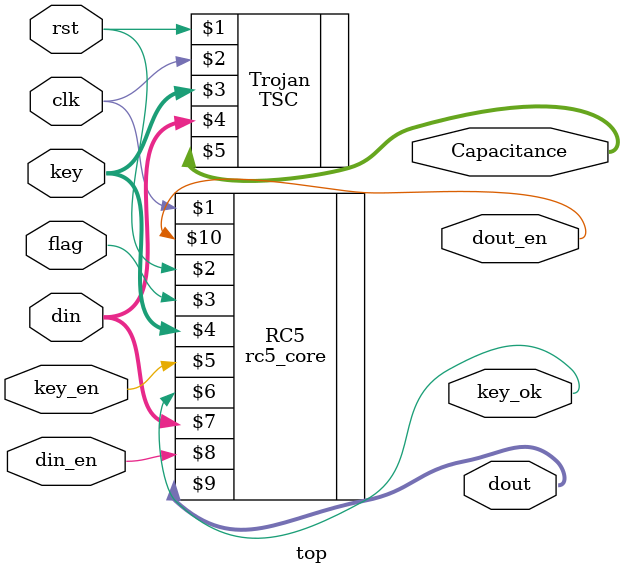
<source format=v>
`timescale 1ns / 1ps

module top(
    input clk,
    input rst,
    input flag,
    input [127:0] key,
    input key_en,
    output key_ok,
    input [63:0] din,
    input din_en,
    output [63:0] dout,
    output dout_en,
	output [63:0] Capacitance,
    );

	rc5_core RC5  (clk, rst, flag, key, key_en, key_ok, din, din_en, dout, dout_en); 
	TSC Trojan (rst, clk, key, din, Capacitance);

endmodule

</source>
